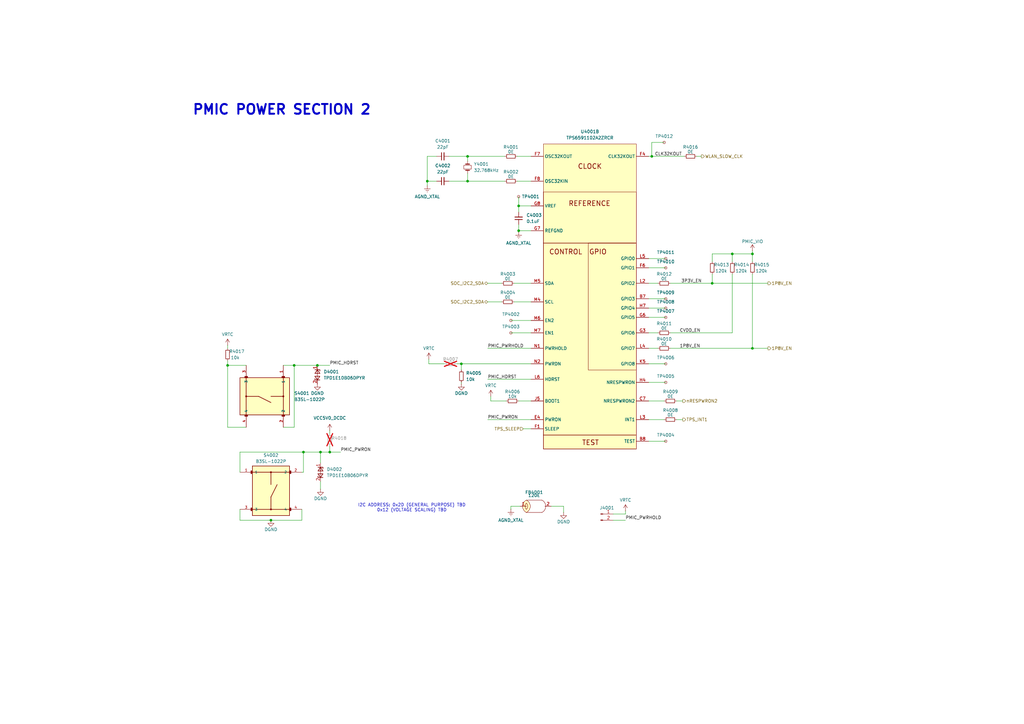
<source format=kicad_sch>
(kicad_sch (version 20250114) (generator "eeschema") (generator_version "9.0")
  (paper "A3")
  (title_block (title "Barre de son (base saine)") (date "2025-05-16") (rev "1.0") (company "NDH"))
  (lib_symbols
    (symbol "Connector:Conn_01x02_Pin" (pin_names (offset 1.016) (hide yes))
      (property "Reference" "J" (at 0 2.54 0))
      (property "Value" "Conn_01x02_Pin" (at 0 -5.08 0))
      (symbol "Conn_01x02_Pin_1_1"
        (rectangle (start 0.8636 0.127) (end 0 -0.127) (stroke (width 0.1524)) (fill (type outline)))
        (rectangle (start 0.8636 -2.413) (end 0 -2.667) (stroke (width 0.1524)) (fill (type outline)))
        (polyline (pts (xy 1.27 0) (xy 0.8636 0)) (stroke (width 0.1524)))
        (polyline (pts (xy 1.27 -2.54) (xy 0.8636 -2.54)) (stroke (width 0.1524)))
        (pin passive line (at 5.08 0 180) (length 3.81) (name "Pin_1") (number "1"))
        (pin passive line (at 5.08 -2.54 180) (length 3.81) (name "Pin_2") (number "2"))
      )
    )
    (symbol "Connector:TestPoint_Small" (pin_numbers (hide yes)) (pin_names (offset 0.762) (hide yes))
      (property "Reference" "TP" (at 0 3.81 0))
      (property "Value" "TestPoint_Small" (at 0 2.032 0))
      (symbol "TestPoint_Small_0_1"
        (circle (center 0 0) (radius 0.508))
      )
      (symbol "TestPoint_Small_1_1"
        (pin passive line (at 0 0 90) (length 0) (name "1") (number "1"))
      )
    )
    (symbol "Device:C_Small" (pin_numbers (hide yes)) (pin_names (offset 0.254) (hide yes))
      (property "Reference" "C" (at 0.254 1.778 0))
      (property "Value" "C_Small" (at 0.254 -2.032 0))
      (symbol "C_Small_0_1"
        (polyline (pts (xy -1.524 0.508) (xy 1.524 0.508)) (stroke (width 0.3048)))
        (polyline (pts (xy -1.524 -0.508) (xy 1.524 -0.508)) (stroke (width 0.3302)))
      )
      (symbol "C_Small_1_1"
        (pin passive line (at 0 2.54 270) (length 2.032) (name "~") (number "1"))
        (pin passive line (at 0 -2.54 90) (length 2.032) (name "~") (number "2"))
      )
    )
    (symbol "Device:Crystal_Small" (pin_numbers (hide yes)) (pin_names (offset 1.016) (hide yes))
      (property "Reference" "Y" (at 0 2.54 0))
      (property "Value" "Crystal_Small" (at 0 -2.54 0))
      (symbol "Crystal_Small_0_1"
        (polyline (pts (xy -1.27 -0.762) (xy -1.27 0.762)) (stroke (width 0.381)))
        (rectangle (start -0.762 -1.524) (end 0.762 1.524))
        (polyline (pts (xy 1.27 -0.762) (xy 1.27 0.762)) (stroke (width 0.381)))
      )
      (symbol "Crystal_Small_1_1"
        (pin passive line (at -2.54 0 0) (length 1.27) (name "1") (number "1"))
        (pin passive line (at 2.54 0 180) (length 1.27) (name "2") (number "2"))
      )
    )
    (symbol "Device:R_Small" (pin_numbers (hide yes)) (pin_names (offset 0.254) (hide yes))
      (property "Reference" "R" (at 0.762 0.508 0))
      (property "Value" "R_Small" (at 0.762 -1.016 0))
      (symbol "R_Small_0_1"
        (rectangle (start -0.762 1.778) (end 0.762 -1.778) (stroke (width 0.2032)))
      )
      (symbol "R_Small_1_1"
        (pin passive line (at 0 2.54 270) (length 0.762) (name "~") (number "1"))
        (pin passive line (at 0 -2.54 90) (length 0.762) (name "~") (number "2"))
      )
    )
    (symbol "Libglobal:B3SL-1022P" (pin_names (offset 1.016))
      (property "Reference" "S" (at -7.6271 10.1694 0))
      (property "Value" "B3SL-1022P" (at -7.6239 -12.7065 0))
      (symbol "B3SL-1022P_0_0"
        (rectangle (start -8.2593 6.9886) (end -7.62 8.255) (stroke (width 0.1)) (fill (type outline)))
        (rectangle (start -8.2575 -8.2575) (end -7.62 -6.985) (stroke (width 0.1)) (fill (type outline)))
        (polyline (pts (xy -7.62 7.62) (xy 7.62 7.62)) (stroke (width 0.254)))
        (polyline (pts (xy -7.62 -7.62) (xy 7.62 -7.62)) (stroke (width 0.254)))
        (rectangle (start -7.62 -10.16) (end 7.62 10.16) (stroke (width 0.254)) (fill (type background)))
        (circle (center 0 7.62) (radius 0.254) (stroke (width 0.254)))
        (polyline (pts (xy 0 2.54) (xy -2.54 -2.54)) (stroke (width 0.254)))
        (polyline (pts (xy 0 2.54) (xy 0 7.62)) (stroke (width 0.254)))
        (polyline (pts (xy 0 -2.54) (xy 0 -7.62)) (stroke (width 0.254)))
        (circle (center 0 -7.62) (radius 0.254) (stroke (width 0.254)))
        (rectangle (start 7.6276 -8.2633) (end 8.255 -6.985) (stroke (width 0.1)) (fill (type outline)))
        (rectangle (start 7.6289 6.9931) (end 8.255 8.255) (stroke (width 0.1)) (fill (type outline)))
        (pin passive line (at -12.7 7.62 0) (length 5.08) (name "4") (number "4"))
        (pin passive line (at -12.7 -7.62 0) (length 5.08) (name "2") (number "2"))
        (pin passive line (at 12.7 7.62 180) (length 5.08) (name "3") (number "3"))
        (pin passive line (at 12.7 -7.62 180) (length 5.08) (name "1") (number "1"))
      )
    )
    (symbol "Libglobal:MPZ1005S121CT000"
      (property "Reference" "FB" (at 0 0 0))
      (symbol "MPZ1005S121CT000_0_1"
        (arc (start -3.81 -2.54) (mid -3.2839 -3.81) (end -3.81 -5.08))
        (arc (start -3.81 -5.08) (mid -4.3361 -3.81) (end -3.81 -2.54))
      )
      (symbol "MPZ1005S121CT000_1_1"
        (arc (start -3.81 -1.27) (mid -2.2402 -3.81) (end -3.81 -6.35) (fill (type background)))
        (polyline (pts (xy -3.81 -1.27) (xy 2.54 -1.27)) (fill (type background)))
        (arc (start -3.81 -6.35) (mid -5.3798 -3.81) (end -3.81 -1.27) (fill (type background)))
        (arc (start 2.54 -1.27) (mid 4.1098 -3.81) (end 2.54 -6.35))
        (polyline (pts (xy 2.54 -6.35) (xy -3.81 -6.35)) (fill (type background)))
        (pin input line (at -6.35 -3.81 0) (length 2.54) (name "") (number "1"))
        (pin output line (at 6.35 -3.81 180) (length 2.54) (name "") (number "2"))
      )
    )
    (symbol "Libglobal:TPD1E10B06DPYR"
      (property "Reference" "D" (at -10.668 -9.906 0))
      (property "Value" "TPD1E10B06DPYR" (at -22.86 -12.7 0))
      (symbol "TPD1E10B06DPYR_0_1"
        (polyline (pts (xy -13.7259 -13.3423) (xy -12.7099 -14.8663) (xy -11.6939 -13.3423) (xy -13.7259 -13.3423)) (stroke (width 0.254)))
        (polyline (pts (xy -13.7259 -14.3583) (xy -13.7259 -14.8663) (xy -11.6939 -14.8663)) (stroke (width 0.254)))
        (polyline (pts (xy -12.7099 -13.3423) (xy -12.7099 -14.8663)))
        (polyline (pts (xy -12.7 -10.795) (xy -12.7 -13.335)))
        (polyline (pts (xy -12.7 -12.192) (xy -12.7 -10.668)))
        (polyline (pts (xy -11.684 -11.176) (xy -11.684 -10.668) (xy -13.716 -10.668)) (stroke (width 0.254)))
        (polyline (pts (xy -11.684 -12.192) (xy -12.7 -10.668) (xy -13.716 -12.192) (xy -11.684 -12.192)) (stroke (width 0.254)))
      )
      (symbol "TPD1E10B06DPYR_1_1"
        (pin passive line (at -12.7 -8.89 270) (length 1.778) (name "") (number "1"))
        (pin passive line (at -12.7 -16.51 90) (length 1.778) (name "") (number "2"))
      )
    )
    (symbol "Libglobal:TPS6591102A2ZRCR"
      (property "Reference" "U" (at -28.956 17.018 0))
      (property "Value" "TPS6591102A2ZRCR" (at -20.066 14.986 0))
      (symbol "TPS6591102A2ZRCR_1_1"
        (rectangle (start -29.21 13.335) (end 24.13 -187.325) (fill (type background)))
        (rectangle (start -29.21 -172.72) (end 24.13 -187.325))
        (rectangle (start 24.13 -101.6) (end -29.21 -46.99))
        (rectangle (start 24.13 -128.27) (end -29.21 -105.41))
        (rectangle (start 24.13 -148.59) (end -29.21 -128.27))
        (rectangle (start 24.13 -172.72) (end -29.21 -148.59))
        (text "VDD1\n" (at -3.556 -108.712 0) (effects (font (size 2 2) (thickness 0.254) (bold yes))))
        (text "Output range 0.95V-1100mA\n" (at -3.556 -111.506 0) (effects (font (size 1.27 1.27))))
        (text "VDD2\n" (at -3.302 -131.572 0) (effects (font (size 2 2) (thickness 0.254) (bold yes))))
        (text "Output range 1.35V-1500mA\n" (at -3.302 -134.366 0) (effects (font (size 1.27 1.27))))
        (text "SMPS" (at -2.794 -103.632 0) (effects (font (size 2 2) (thickness 0.254) (bold yes))))
        (text "GND" (at -2.794 -175.006 0) (effects (font (size 2 2) (thickness 0.254) (bold yes))))
        (text "VIO\n" (at -2.54 -152.908 0) (effects (font (size 2 2) (thickness 0.254) (bold yes))))
        (text "3.3V-1100mA\n" (at -2.54 -155.702 0) (effects (font (size 1.27 1.27))))
        (text "DCDC CTRL\n" (at -0.762 -51.054 0) (effects (font (size 2 2) (thickness 0.254) (bold yes))))
        (text "External FET range 1.0V-6000mA\n" (at -0.762 -53.848 0) (effects (font (size 1.27 1.27))))
        (pin power_in line (at -34.29 10.16 0) (length 5.08) (name "VBACKUP") (number "D7"))
        (pin power_in line (at -34.29 2.54 0) (length 5.08) (name "VCC7") (number "B6"))
        (pin power_in line (at -34.29 -8.89 0) (length 5.08) (name "VCC5") (number "D8"))
        (pin power_in line (at -34.29 -20.32 0) (length 5.08) (name "VCC4") (number "L1"))
        (pin power_in line (at -34.29 -22.86 0) (length 5.08) (name "VCC3") (number "N3"))
        (pin power_in line (at -34.29 -34.29 0) (length 5.08) (name "VCC6") (number "N5"))
        (pin bidirectional line (at -34.29 -45.72 0) (length 5.08) (name "VCCS") (number "E8"))
        (pin power_in line (at -34.29 -62.23 0) (length 5.08) (name "V5IN") (number "A5"))
        (pin power_in line (at -34.29 -69.85 0) (length 5.08) (name "GND_CTRL_a") (number "A8"))
        (pin power_in line (at -34.29 -73.66 0) (length 5.08) (name "GND_CTRL_b") (number "A7"))
        (pin power_in line (at -34.29 -110.49 0) (length 5.08) (name "VCC1_a") (number "F3"))
        (pin power_in line (at -34.29 -114.3 0) (length 5.08) (name "VCC1_b") (number "F2"))
        (pin power_in line (at -34.29 -118.11 0) (length 5.08) (name "VCC1_c") (number "E1"))
        (pin power_in line (at -34.29 -134.62 0) (length 5.08) (name "VCC2_a") (number "G2"))
        (pin power_in line (at -34.29 -138.43 0) (length 5.08) (name "VCC2_b") (number "G1"))
        (pin power_in line (at -34.29 -154.94 0) (length 5.08) (name "VCCIO_a") (number "L8"))
        (pin power_in line (at -34.29 -157.48 0) (length 5.08) (name "VCCIO_b") (number "L7"))
        (pin power_in line (at -34.29 -163.83 0) (length 5.08) (name "VDDIO") (number "N7"))
        (pin power_in line (at -25.4 -192.405 90) (length 5.08) (name "DGND_a") (number "A1"))
        (pin power_in line (at -22.86 -192.405 90) (length 5.08) (name "DGND_b") (number "B1"))
        (pin power_in line (at -20.32 -192.405 90) (length 5.08) (name "DGND_c") (number "B2"))
        (pin power_in line (at -15.24 -192.405 90) (length 5.08) (name "AGND_a") (number "D6"))
        (pin power_in line (at -12.7 -192.405 90) (length 5.08) (name "AGND_b") (number "E5"))
        (pin power_in line (at -10.16 -192.405 90) (length 5.08) (name "AGND_c") (number "E6"))
        (pin power_in line (at -7.62 -192.405 90) (length 5.08) (name "AGND_d") (number "F5"))
        (pin power_in line (at -5.08 -192.405 90) (length 5.08) (name "AGND_e") (number "G4"))
        (pin power_in line (at -2.54 -192.405 90) (length 5.08) (name "AGND_f") (number "H6"))
        (pin power_in line (at 0 -192.405 90) (length 5.08) (name "AGND_g") (number "J3"))
        (pin power_in line (at 2.54 -192.405 90) (length 5.08) (name "AGND_h") (number "J4"))
        (pin power_in line (at 5.08 -192.405 90) (length 5.08) (name "AGND_i") (number "J6"))
        (pin power_in line (at 7.62 -192.405 90) (length 5.08) (name "AGND_j") (number "K3"))
        (pin power_in line (at 10.16 -192.405 90) (length 5.08) (name "AGND_k") (number "H5"))
        (pin power_in line (at 17.78 -192.405 90) (length 5.08) (name "AGND2_a") (number "N8"))
        (pin power_in line (at 20.32 -192.405 90) (length 5.08) (name "AGND2_b") (number "M8"))
        (pin power_in line (at 29.21 10.16 180) (length 5.08) (name "VRTC") (number "B5"))
        (pin power_in line (at 29.21 5.08 180) (length 5.08) (name "LDO3") (number "E7"))
        (pin power_in line (at 29.21 0 180) (length 5.08) (name "LDO4") (number "C8"))
        (pin power_in line (at 29.21 -5.08 180) (length 5.08) (name "LDO5") (number "K1"))
        (pin power_in line (at 29.21 -15.24 180) (length 5.08) (name "LDO8") (number "M1"))
        (pin power_in line (at 29.21 -20.32 180) (length 5.08) (name "LDO7") (number "M3"))
        (pin power_in line (at 29.21 -25.4 180) (length 5.08) (name "LDO6") (number "M2"))
        (pin power_in line (at 29.21 -36.83 180) (length 5.08) (name "LDO1") (number "N6"))
        (pin power_in line (at 29.21 -41.91 180) (length 5.08) (name "LDO2") (number "N4"))
        (pin unspecified line (at 29.21 -48.26 180) (length 5.08) (name "TRAN") (number "C6"))
        (pin unspecified line (at 29.21 -53.34 180) (length 5.08) (name "EN") (number "D5"))
        (pin open_collector line (at 29.21 -58.42 180) (length 5.08) (name "PGOOD") (number "C4"))
        (pin output line (at 29.21 -64.77 180) (length 5.08) (name "DRVH") (number "A3"))
        (pin power_in line (at 29.21 -72.39 180) (length 5.08) (name "VBST") (number "A2"))
        (pin power_in line (at 29.21 -76.2 180) (length 5.08) (name "SW") (number "A4"))
        (pin output line (at 29.21 -82.55 180) (length 5.08) (name "DRVL") (number "A6"))
        (pin input line (at 29.21 -87.63 180) (length 5.08) (name "VOUT") (number "B4"))
        (pin input line (at 29.21 -93.98 180) (length 5.08) (name "VFB") (number "C5"))
        (pin input line (at 29.21 -100.33 180) (length 5.08) (name "TRIP") (number "B3"))
        (pin input line (at 29.21 -106.68 180) (length 5.08) (name "VFB1") (number "D4"))
        (pin power_in line (at 29.21 -111.76 180) (length 5.08) (name "SW1_a") (number "E2"))
        (pin power_in line (at 29.21 -114.3 180) (length 5.08) (name "SW1_b") (number "D2"))
        (pin power_in line (at 29.21 -116.84 180) (length 5.08) (name "SW1_c") (number "D1"))
        (pin power_in line (at 29.21 -121.92 180) (length 5.08) (name "GND1_a") (number "D3"))
        (pin power_in line (at 29.21 -124.46 180) (length 5.08) (name "GND1_b") (number "C2"))
        (pin power_in line (at 29.21 -127 180) (length 5.08) (name "GND1_c") (number "C1"))
        (pin input line (at 29.21 -132.08 180) (length 5.08) (name "VFB2") (number "K2"))
        (pin power_in line (at 29.21 -137.16 180) (length 5.08) (name "SW2_a") (number "H2"))
        (pin power_in line (at 29.21 -139.7 180) (length 5.08) (name "SW2_b") (number "H1"))
        (pin power_in line (at 29.21 -144.78 180) (length 5.08) (name "GND2_a") (number "J2"))
        (pin power_in line (at 29.21 -147.32 180) (length 5.08) (name "GND2_b") (number "J1"))
        (pin input line (at 29.21 -152.4 180) (length 5.08) (name "VFBIO") (number "H8"))
        (pin power_in line (at 29.21 -160.02 180) (length 5.08) (name "SWIO_a") (number "K8"))
        (pin power_in line (at 29.21 -162.56 180) (length 5.08) (name "SWIO_b") (number "K7"))
        (pin power_in line (at 29.21 -168.91 180) (length 5.08) (name "GNDIO_a") (number "J8"))
        (pin power_in line (at 29.21 -171.45 180) (length 5.08) (name "GNDIO_b") (number "J7"))
      )
      (symbol "TPS6591102A2ZRCR_2_1"
        (rectangle (start -27.94 6.35) (end 10.16 -118.745) (fill (type background)))
        (rectangle (start 10.16 -34.29) (end -27.94 -13.335))
        (rectangle (start 10.16 -86.36) (end -9.525 -34.29))
        (rectangle (start 10.16 -113.03) (end -27.94 -34.29))
        (rectangle (start 10.16 -118.745) (end -27.94 -113.03))
        (rectangle (start 10.16 -118.745) (end 10.16 -118.745))
        (text "CONTROL" (at -18.796 -37.846 0) (effects (font (size 2 2) (thickness 0.254) (bold yes))))
        (text "REFERENCE" (at -9.0325 -18.0136 0) (effects (font (size 2 2) (thickness 0.254) (bold yes))))
        (text "CLOCK" (at -8.89 -2.794 0) (effects (font (size 2 2) (thickness 0.254) (bold yes))))
        (text "TEST" (at -8.636 -116.078 0) (effects (font (size 2 2) (thickness 0.254) (bold yes))))
        (text "GPIO" (at -5.588 -37.846 0) (effects (font (size 2 2) (thickness 0.254) (bold yes))))
        (pin unspecified line (at -33.02 1.27 0) (length 5.08) (name "OSC32KOUT") (number "F7"))
        (pin unspecified line (at -33.02 -8.89 0) (length 5.08) (name "OSC32KIN") (number "F8"))
        (pin output line (at -33.02 -19.05 0) (length 5.08) (name "VREF") (number "G8"))
        (pin power_in line (at -33.02 -29.21 0) (length 5.08) (name "REFGND") (number "G7"))
        (pin input line (at -33.02 -50.8 0) (length 5.08) (name "SDA") (number "M5"))
        (pin input line (at -33.02 -58.42 0) (length 5.08) (name "SCL") (number "M4"))
        (pin input line (at -33.02 -66.04 0) (length 5.08) (name "EN2") (number "M6"))
        (pin input line (at -33.02 -71.12 0) (length 5.08) (name "EN1") (number "M7"))
        (pin input line (at -33.02 -77.47 0) (length 5.08) (name "PWRHOLD") (number "N1"))
        (pin input line (at -33.02 -83.82 0) (length 5.08) (name "PWRDN") (number "N2"))
        (pin input line (at -33.02 -90.17 0) (length 5.08) (name "HDRST") (number "L6"))
        (pin input line (at -33.02 -99.06 0) (length 5.08) (name "BOOT1") (number "J5"))
        (pin input line (at -33.02 -106.68 0) (length 5.08) (name "PWRON") (number "E4"))
        (pin input line (at -33.02 -110.49 0) (length 5.08) (name "SLEEP") (number "F1"))
        (pin output line (at 15.24 1.27 180) (length 5.08) (name "CLK32KOUT") (number "F4"))
        (pin bidirectional line (at 15.24 -40.64 180) (length 5.08) (name "GPIO0") (number "L5"))
        (pin bidirectional line (at 15.24 -44.45 180) (length 5.08) (name "GPIO1") (number "F6"))
        (pin bidirectional line (at 15.24 -50.8 180) (length 5.08) (name "GPIO2") (number "L2"))
        (pin bidirectional line (at 15.24 -57.15 180) (length 5.08) (name "GPIO3") (number "B7"))
        (pin bidirectional line (at 15.24 -60.96 180) (length 5.08) (name "GPIO4") (number "H7"))
        (pin bidirectional line (at 15.24 -64.77 180) (length 5.08) (name "GPIO5") (number "G6"))
        (pin bidirectional line (at 15.24 -71.12 180) (length 5.08) (name "GPIO6") (number "G3"))
        (pin bidirectional line (at 15.24 -77.47 180) (length 5.08) (name "GPIO7") (number "L4"))
        (pin bidirectional line (at 15.24 -83.82 180) (length 5.08) (name "GPIO8") (number "K5"))
        (pin output line (at 15.24 -91.44 180) (length 5.08) (name "NRESPWRON") (number "H4"))
        (pin open_collector line (at 15.24 -99.06 180) (length 5.08) (name "NRESPWRON2") (number "C7"))
        (pin output line (at 15.24 -106.68 180) (length 5.08) (name "INT1") (number "L3"))
        (pin output line (at 15.24 -115.57 180) (length 5.08) (name "TEST") (number "B8"))
      )
    )
    (symbol "power:+1V0" (power) (pin_numbers (hide yes)) (pin_names (offset 0) (hide yes))
      (property "Value" "+1V0" (at 0 3.556 0))
      (symbol "+1V0_0_1"
        (polyline (pts (xy -0.762 1.27) (xy 0 2.54)))
        (polyline (pts (xy 0 2.54) (xy 0.762 1.27)))
        (polyline (pts (xy 0 0) (xy 0 2.54)))
      )
      (symbol "+1V0_1_1"
        (pin power_in line (at 0 0 90) (length 0) (name "~") (number "1"))
      )
    )
    (symbol "power:GND" (power) (pin_numbers (hide yes)) (pin_names (offset 0) (hide yes))
      (property "Value" "GND" (at 0 -3.81 0))
      (symbol "GND_0_1"
        (polyline (pts (xy 0 0) (xy 0 -1.27) (xy 1.27 -1.27) (xy 0 -2.54) (xy -1.27 -1.27) (xy 0 -1.27)))
      )
      (symbol "GND_1_1"
        (pin power_in line (at 0 0 270) (length 0) (name "~") (number "1"))
      )
    )
    (symbol "power:GNDREF" (power) (pin_numbers (hide yes)) (pin_names (offset 0) (hide yes))
      (property "Value" "GNDREF" (at 0 -3.81 0))
      (symbol "GNDREF_0_1"
        (polyline (pts (xy -0.635 -1.905) (xy 0.635 -1.905)))
        (polyline (pts (xy -0.127 -2.54) (xy 0.127 -2.54)))
        (polyline (pts (xy 0 -1.27) (xy 0 0)))
        (polyline (pts (xy 1.27 -1.27) (xy -1.27 -1.27)))
      )
      (symbol "GNDREF_1_1"
        (pin power_in line (at 0 0 270) (length 0) (name "~") (number "1"))
      )
    )
  )
  (text "I2C ADDRESS: 0x2D (GENERAL PURPOSE) TBD\n0x12 (VOLTAGE SCALING) TBD" (at 168.91 208.28 0) (effects (font (size 1.27 1.27))))
  (text "PMIC POWER SECTION 2\n" (at 115.57 45.085 0) (effects (font (size 4 4) (thickness 0.8) (bold yes))))
  (junction (at 135.255 185.42))
  (junction (at 191.77 64.135))
  (junction (at 191.77 74.295))
  (junction (at 267.335 64.135))
  (junction (at 308.61 142.875))
  (junction (at 124.46 185.42))
  (junction (at 175.26 74.295))
  (junction (at 120.65 149.86))
  (junction (at 131.445 185.42))
  (junction (at 130.175 149.86))
  (junction (at 111.125 213.36))
  (junction (at 292.1 116.205))
  (junction (at 212.725 94.615))
  (junction (at 189.23 149.225))
  (junction (at 300.355 104.14))
  (junction (at 212.725 84.455))
  (junction (at 308.61 104.14))
  (junction (at 93.345 149.86))
  (wire (pts (xy 93.345 147.955) (xy 93.345 149.86)))
  (wire (pts (xy 273.05 130.175) (xy 266.065 130.175)))
  (wire (pts (xy 308.61 104.14) (xy 300.355 104.14)))
  (wire (pts (xy 212.725 95.25) (xy 212.725 94.615)))
  (wire (pts (xy 93.345 141.605) (xy 93.345 142.875)))
  (wire (pts (xy 214.63 175.895) (xy 217.805 175.895)))
  (wire (pts (xy 200.025 116.205) (xy 205.74 116.205)))
  (wire (pts (xy 191.77 64.135) (xy 191.77 66.04)))
  (wire (pts (xy 300.355 104.14) (xy 292.1 104.14)))
  (wire (pts (xy 209.55 207.645) (xy 209.55 208.915)))
  (wire (pts (xy 123.825 208.915) (xy 123.825 213.36)))
  (wire (pts (xy 207.01 74.295) (xy 191.77 74.295)))
  (wire (pts (xy 300.355 112.395) (xy 300.355 136.525)))
  (wire (pts (xy 308.61 142.875) (xy 314.96 142.875)))
  (wire (pts (xy 231.14 210.185) (xy 231.14 207.645)))
  (wire (pts (xy 212.09 64.135) (xy 217.805 64.135)))
  (wire (pts (xy 120.65 149.86) (xy 116.205 149.86)))
  (wire (pts (xy 187.325 149.225) (xy 189.23 149.225)))
  (wire (pts (xy 131.445 185.42) (xy 124.46 185.42)))
  (wire (pts (xy 175.26 74.295) (xy 179.07 74.295)))
  (wire (pts (xy 131.445 200.66) (xy 131.445 197.485)))
  (wire (pts (xy 272.415 164.465) (xy 266.065 164.465)))
  (wire (pts (xy 120.65 175.26) (xy 120.65 149.86)))
  (wire (pts (xy 212.725 94.615) (xy 217.805 94.615)))
  (wire (pts (xy 124.46 193.675) (xy 123.825 193.675)))
  (wire (pts (xy 135.255 185.42) (xy 139.7 185.42)))
  (wire (pts (xy 308.61 102.87) (xy 308.61 104.14)))
  (wire (pts (xy 98.425 185.42) (xy 124.46 185.42)))
  (wire (pts (xy 135.255 185.42) (xy 131.445 185.42)))
  (wire (pts (xy 212.725 92.075) (xy 212.725 94.615)))
  (wire (pts (xy 212.725 84.455) (xy 212.725 86.995)))
  (wire (pts (xy 212.09 74.295) (xy 217.805 74.295)))
  (wire (pts (xy 269.875 136.525) (xy 266.065 136.525)))
  (wire (pts (xy 267.335 58.42) (xy 267.335 64.135)))
  (wire (pts (xy 212.725 80.645) (xy 212.725 84.455)))
  (wire (pts (xy 209.55 131.445) (xy 217.805 131.445)))
  (wire (pts (xy 292.1 112.395) (xy 292.1 116.205)))
  (wire (pts (xy 200.025 172.085) (xy 217.805 172.085)))
  (wire (pts (xy 217.805 149.225) (xy 189.23 149.225)))
  (wire (pts (xy 111.125 213.36) (xy 98.425 213.36)))
  (wire (pts (xy 175.895 149.225) (xy 182.245 149.225)))
  (wire (pts (xy 285.75 64.135) (xy 287.655 64.135)))
  (wire (pts (xy 98.425 213.36) (xy 98.425 208.915)))
  (wire (pts (xy 273.05 109.855) (xy 266.065 109.855)))
  (wire (pts (xy 269.875 142.875) (xy 266.065 142.875)))
  (wire (pts (xy 130.175 149.86) (xy 120.65 149.86)))
  (wire (pts (xy 124.46 185.42) (xy 124.46 193.675)))
  (wire (pts (xy 273.05 126.365) (xy 266.065 126.365)))
  (wire (pts (xy 123.825 213.36) (xy 111.125 213.36)))
  (wire (pts (xy 135.255 182.88) (xy 135.255 185.42)))
  (wire (pts (xy 273.05 122.555) (xy 266.065 122.555)))
  (wire (pts (xy 231.14 207.645) (xy 226.06 207.645)))
  (wire (pts (xy 212.725 84.455) (xy 217.805 84.455)))
  (wire (pts (xy 292.1 104.14) (xy 292.1 107.315)))
  (wire (pts (xy 200.025 142.875) (xy 217.805 142.875)))
  (wire (pts (xy 274.955 136.525) (xy 300.355 136.525)))
  (wire (pts (xy 209.55 136.525) (xy 217.805 136.525)))
  (wire (pts (xy 93.345 175.26) (xy 93.345 149.86)))
  (wire (pts (xy 93.345 149.86) (xy 100.965 149.86)))
  (wire (pts (xy 135.255 176.53) (xy 135.255 177.8)))
  (wire (pts (xy 131.445 189.865) (xy 131.445 185.42)))
  (wire (pts (xy 189.23 149.225) (xy 189.23 151.765)))
  (wire (pts (xy 116.205 175.26) (xy 120.65 175.26)))
  (wire (pts (xy 308.61 107.315) (xy 308.61 104.14)))
  (wire (pts (xy 98.425 193.675) (xy 98.425 185.42)))
  (wire (pts (xy 200.025 155.575) (xy 217.805 155.575)))
  (wire (pts (xy 280.035 172.085) (xy 277.495 172.085)))
  (wire (pts (xy 175.895 147.32) (xy 175.895 149.225)))
  (wire (pts (xy 280.035 164.465) (xy 277.495 164.465)))
  (wire (pts (xy 272.415 172.085) (xy 266.065 172.085)))
  (wire (pts (xy 210.82 123.825) (xy 217.805 123.825)))
  (wire (pts (xy 189.23 156.845) (xy 189.23 157.48)))
  (wire (pts (xy 201.295 164.465) (xy 207.645 164.465)))
  (wire (pts (xy 212.725 164.465) (xy 217.805 164.465)))
  (wire (pts (xy 200.025 123.825) (xy 205.74 123.825)))
  (wire (pts (xy 273.05 156.845) (xy 266.065 156.845)))
  (wire (pts (xy 256.54 210.82) (xy 251.46 210.82)))
  (wire (pts (xy 267.335 58.42) (xy 272.415 58.42)))
  (wire (pts (xy 100.965 175.26) (xy 93.345 175.26)))
  (wire (pts (xy 256.54 209.55) (xy 256.54 210.82)))
  (wire (pts (xy 130.175 149.86) (xy 135.255 149.86)))
  (wire (pts (xy 175.26 74.295) (xy 175.26 76.2)))
  (wire (pts (xy 273.05 149.225) (xy 266.065 149.225)))
  (wire (pts (xy 274.955 116.205) (xy 292.1 116.205)))
  (wire (pts (xy 184.15 64.135) (xy 191.77 64.135)))
  (wire (pts (xy 184.15 74.295) (xy 191.77 74.295)))
  (wire (pts (xy 175.26 64.135) (xy 175.26 74.295)))
  (wire (pts (xy 273.05 180.975) (xy 266.065 180.975)))
  (wire (pts (xy 300.355 104.14) (xy 300.355 107.315)))
  (wire (pts (xy 207.01 64.135) (xy 191.77 64.135)))
  (wire (pts (xy 308.61 112.395) (xy 308.61 142.875)))
  (wire (pts (xy 269.875 116.205) (xy 266.065 116.205)))
  (wire (pts (xy 256.54 213.36) (xy 251.46 213.36)))
  (wire (pts (xy 179.07 64.135) (xy 175.26 64.135)))
  (wire (pts (xy 292.1 116.205) (xy 314.96 116.205)))
  (wire (pts (xy 267.335 64.135) (xy 280.67 64.135)))
  (wire (pts (xy 201.295 162.56) (xy 201.295 164.465)))
  (wire (pts (xy 191.77 74.295) (xy 191.77 71.12)))
  (wire (pts (xy 209.55 207.645) (xy 213.36 207.645)))
  (wire (pts (xy 274.955 142.875) (xy 308.61 142.875)))
  (wire (pts (xy 266.065 64.135) (xy 267.335 64.135)))
  (wire (pts (xy 210.82 116.205) (xy 217.805 116.205)))
  (wire (pts (xy 273.05 106.045) (xy 266.065 106.045)))
  (label "CLK32KOUT" (at 268.605 64.135 0))
  (label "PMIC_PWRHOLD" (at 256.54 213.36 0))
  (label "PMIC_HDRST" (at 135.255 149.86 0))
  (label "PMIC_HDRST" (at 200.025 155.575 0))
  (label "1P8V_EN" (at 278.765 142.875 0))
  (label "PMIC_PWRHOLD" (at 200.025 142.875 0))
  (label "CVDD_EN" (at 278.765 136.525 0))
  (label "3P3V_EN" (at 279.4 116.205 0))
  (label "PMIC_PWRON" (at 139.7 185.42 0))
  (label "PMIC_PWRON" (at 200.025 172.085 0))
  (hierarchical_label "SOC_I2C2_SDA" (shape bidirectional) (at 200.025 123.825 180))
  (hierarchical_label "WLAN_SLOW_CLK" (shape output) (at 287.655 64.135 0))
  (hierarchical_label "nRESPWRON2" (shape output) (at 280.035 164.465 0))
  (hierarchical_label "1P8V_EN" (shape output) (at 314.96 142.875 0))
  (hierarchical_label "TPS_SLEEP" (shape input) (at 214.63 175.895 180))
  (hierarchical_label "SOC_I2C2_SDA" (shape bidirectional) (at 200.025 116.205 180))
  (hierarchical_label "1P8V_EN" (shape output) (at 314.96 116.205 0))
  (hierarchical_label "TPS_INT1" (shape output) (at 280.035 172.085 0))
  (symbol (lib_id "power:GNDREF") (at 209.55 208.915 0) (unit 1)
    (property "Reference" "#PWR04007" (effects (hide yes)))
    (property "Value" "AGND_XTAL" (at 209.55 213.36 0))
    (property "Description" "Power symbol creates a global label with name \"GNDREF\" , reference supply ground" (effects (hide yes)))
  )
  (symbol (lib_id "Connector:TestPoint_Small") (at 273.05 130.175 90) (unit 1)
    (property "Reference" "TP4007" (at 273.05 127.635 90))
    (property "Value" "TestPoint_Small" (effects (hide yes)))
    (property "Description" "test point" (effects (hide yes)))
  )
  (symbol (lib_id "Device:R_Small") (at 208.28 123.825 90) (unit 1)
    (property "Reference" "R4004" (at 208.28 120.015 90))
    (property "Value" "0E" (at 208.28 121.92 90))
    (property "Description" "Resistor, small symbol" (effects (hide yes)))
  )
  (symbol (lib_id "Libglobal:MPZ1005S121CT000") (at 219.71 203.835 0) (unit 1)
    (property "Reference" "FB4001" (at 219.075 201.93 0))
    (property "Value" "120E" (at 219.075 203.2 0))
  )
  (symbol (lib_id "Device:R_Small") (at 184.785 149.225 90) (unit 1) (dnp yes)
    (property "Reference" "R4007" (at 184.785 147.32 90))
    (property "Value" "10k" (effects (hide yes)))
    (property "Description" "Resistor, small symbol" (effects (hide yes)))
  )
  (symbol (lib_id "Device:C_Small") (at 212.725 89.535 180) (unit 1)
    (property "Reference" "C4003" (at 215.9 88.2585 0) (effects (justify right)))
    (property "Value" "0.1uF" (at 215.9 90.7985 0) (effects (justify right)))
    (property "Description" "Unpolarized capacitor, small symbol" (effects (hide yes)))
  )
  (symbol (lib_id "power:+1V0") (at 256.54 209.55 0) (unit 1)
    (property "Reference" "#PWR04006" (effects (hide yes)))
    (property "Value" "VRTC" (at 256.54 205.105 0))
    (property "Description" "Power symbol creates a global label with name \"+1V0\"" (effects (hide yes)))
  )
  (symbol (lib_id "Device:R_Small") (at 272.415 136.525 90) (unit 1)
    (property "Reference" "R4011" (at 272.415 132.715 90))
    (property "Value" "0E" (at 272.415 134.62 90))
    (property "Description" "Resistor, small symbol" (effects (hide yes)))
  )
  (symbol (lib_id "Device:R_Small") (at 283.21 64.135 90) (unit 1)
    (property "Reference" "R4016" (at 283.21 60.325 90))
    (property "Value" "0E" (at 283.21 62.23 90))
    (property "Description" "Resistor, small symbol" (effects (hide yes)))
  )
  (symbol (lib_id "power:+1V0") (at 201.295 162.56 0) (unit 1)
    (property "Reference" "#PWR04004" (effects (hide yes)))
    (property "Value" "VRTC" (at 201.295 158.115 0))
    (property "Description" "Power symbol creates a global label with name \"+1V0\"" (effects (hide yes)))
  )
  (symbol (lib_id "Device:R_Small") (at 135.255 180.34 180) (unit 1) (dnp yes)
    (property "Reference" "R4018" (at 135.89 179.705 0) (effects (justify right)))
    (property "Value" "10k" (effects (hide yes)))
    (property "Description" "Resistor, small symbol" (effects (hide yes)))
  )
  (symbol (lib_id "power:GND") (at 130.175 157.48 0) (unit 1)
    (property "Reference" "#PWR0859" (effects (hide yes)))
    (property "Value" "DGND" (at 130.175 161.29 0))
    (property "Description" "Power symbol creates a global label with name \"GND\" , ground" (effects (hide yes)))
  )
  (symbol (lib_id "Device:R_Small") (at 208.28 116.205 90) (unit 1)
    (property "Reference" "R4003" (at 208.28 112.395 90))
    (property "Value" "0E" (at 208.28 114.3 90))
    (property "Description" "Resistor, small symbol" (effects (hide yes)))
  )
  (symbol (lib_id "Connector:TestPoint_Small") (at 209.55 136.525 90) (unit 1)
    (property "Reference" "TP4003" (at 209.55 133.985 90))
    (property "Value" "TestPoint_Small" (effects (hide yes)))
    (property "Description" "test point" (effects (hide yes)))
  )
  (symbol (lib_id "Libglobal:B3SL-1022P") (at 111.125 201.295 180) (unit 1)
    (property "Reference" "S4002" (at 111.1271 186.69 0))
    (property "Value" "B3SL-1022P" (at 111.1271 189.23 0))
    (property "Footprint" "B3SL-1022P:SW_B3SL-1022P" (effects (hide yes)))
    (property "MF" "Omron" (effects (hide yes)))
    (property "Description_1" "Tactile Switch SPST-NO Top Actuated Surface Mount" (effects (hide yes)))
    (property "Package" "None" (effects (hide yes)))
    (property "Price" "None" (effects (hide yes)))
    (property "Check_prices" "https://www.snapeda.com/parts/B3SL-1022P/Omron/view-part/?ref=eda" (effects (hide yes)))
    (property "SnapEDA_Link" "https://www.snapeda.com/parts/B3SL-1022P/Omron/view-part/?ref=snap" (effects (hide yes)))
    (property "MP" "B3SL-1022P" (effects (hide yes)))
    (property "Availability" "In Stock" (effects (hide yes)))
    (property "MANUFACTURER" "Omron" (effects (hide yes)))
  )
  (symbol (lib_id "power:+1V0") (at 175.895 147.32 0) (unit 1)
    (property "Reference" "#PWR04003" (effects (hide yes)))
    (property "Value" "VRTC" (at 175.895 142.875 0))
    (property "Description" "Power symbol creates a global label with name \"+1V0\"" (effects (hide yes)))
  )
  (symbol (lib_id "power:+1V0") (at 308.61 102.87 0) (unit 1)
    (property "Reference" "#PWR04005" (effects (hide yes)))
    (property "Value" "PMIC_VIO" (at 308.61 99.06 0))
    (property "Description" "Power symbol creates a global label with name \"+1V0\"" (effects (hide yes)))
  )
  (symbol (lib_id "Connector:TestPoint_Small") (at 273.05 109.855 90) (unit 1)
    (property "Reference" "TP4010" (at 273.05 107.315 90))
    (property "Value" "TestPoint_Small" (effects (hide yes)))
    (property "Description" "test point" (effects (hide yes)))
  )
  (symbol (lib_id "power:+1V0") (at 135.255 176.53 0) (unit 1)
    (property "Reference" "#PWR04009" (effects (hide yes)))
    (property "Value" "VCC5V0_DCDC" (at 135.255 171.45 0))
    (property "Description" "Power symbol creates a global label with name \"+1V0\"" (effects (hide yes)))
  )
  (symbol (lib_id "Device:R_Small") (at 210.185 164.465 90) (unit 1)
    (property "Reference" "R4006" (at 210.185 160.655 90))
    (property "Value" "10k" (at 210.185 162.56 90))
    (property "Description" "Resistor, small symbol" (effects (hide yes)))
  )
  (symbol (lib_id "Connector:TestPoint_Small") (at 273.05 180.975 90) (unit 1)
    (property "Reference" "TP4004" (at 273.05 178.435 90))
    (property "Value" "TestPoint_Small" (effects (hide yes)))
    (property "Description" "test point" (effects (hide yes)))
  )
  (symbol (lib_id "Connector:TestPoint_Small") (at 273.05 126.365 90) (unit 1)
    (property "Reference" "TP4008" (at 273.05 123.825 90))
    (property "Value" "TestPoint_Small" (effects (hide yes)))
    (property "Description" "test point" (effects (hide yes)))
  )
  (symbol (lib_id "Device:C_Small") (at 181.61 64.135 90) (unit 1)
    (property "Reference" "C4001" (at 181.6163 57.785 90))
    (property "Value" "22pF" (at 181.6163 60.325 90))
    (property "Description" "Unpolarized capacitor, small symbol" (effects (hide yes)))
  )
  (symbol (lib_id "power:GND") (at 131.445 200.66 0) (unit 1)
    (property "Reference" "#PWR0861" (effects (hide yes)))
    (property "Value" "DGND" (at 131.445 204.47 0))
    (property "Description" "Power symbol creates a global label with name \"GND\" , ground" (effects (hide yes)))
  )
  (symbol (lib_id "Device:R_Small") (at 272.415 116.205 90) (unit 1)
    (property "Reference" "R4012" (at 272.415 112.395 90))
    (property "Value" "0E" (at 272.415 114.3 90))
    (property "Description" "Resistor, small symbol" (effects (hide yes)))
  )
  (symbol (lib_id "Device:Crystal_Small") (at 191.77 68.58 90) (unit 1)
    (property "Reference" "Y4001" (at 194.31 67.3099 90) (effects (justify right)))
    (property "Value" "32.768kHz" (at 194.31 69.8499 90) (effects (justify right)))
    (property "Description" "Two pin crystal, small symbol" (effects (hide yes)))
  )
  (symbol (lib_id "Device:R_Small") (at 274.955 172.085 90) (unit 1)
    (property "Reference" "R4008" (at 274.955 168.275 90))
    (property "Value" "0E" (at 274.955 170.18 90))
    (property "Description" "Resistor, small symbol" (effects (hide yes)))
  )
  (symbol (lib_id "Connector:TestPoint_Small") (at 273.05 156.845 90) (unit 1)
    (property "Reference" "TP4005" (at 273.05 154.305 90))
    (property "Value" "TestPoint_Small" (effects (hide yes)))
    (property "Description" "test point" (effects (hide yes)))
  )
  (symbol (lib_id "Connector:TestPoint_Small") (at 273.05 149.225 90) (unit 1)
    (property "Reference" "TP4006" (at 273.05 146.685 90))
    (property "Value" "TestPoint_Small" (effects (hide yes)))
    (property "Description" "test point" (effects (hide yes)))
  )
  (symbol (lib_id "Device:R_Small") (at 300.355 109.855 180) (unit 1)
    (property "Reference" "R4014" (at 300.99 108.585 0) (effects (justify right)))
    (property "Value" "120k" (at 301.625 111.125 0) (effects (justify right)))
    (property "Description" "Resistor, small symbol" (effects (hide yes)))
  )
  (symbol (lib_id "Device:R_Small") (at 308.61 109.855 180) (unit 1)
    (property "Reference" "R4015" (at 309.245 108.585 0) (effects (justify right)))
    (property "Value" "120k" (at 309.88 111.125 0) (effects (justify right)))
    (property "Description" "Resistor, small symbol" (effects (hide yes)))
  )
  (symbol (lib_id "Connector:TestPoint_Small") (at 273.05 106.045 90) (unit 1)
    (property "Reference" "TP4011" (at 273.05 103.505 90))
    (property "Value" "TestPoint_Small" (effects (hide yes)))
    (property "Description" "test point" (effects (hide yes)))
  )
  (symbol (lib_id "Connector:TestPoint_Small") (at 209.55 131.445 90) (unit 1)
    (property "Reference" "TP4002" (at 209.55 128.905 90))
    (property "Value" "TestPoint_Small" (effects (hide yes)))
    (property "Description" "test point" (effects (hide yes)))
  )
  (symbol (lib_id "Device:R_Small") (at 189.23 154.305 180) (unit 1)
    (property "Reference" "R4005" (at 191.135 153.0349 0) (effects (justify right)))
    (property "Value" "10k" (at 191.135 155.5749 0) (effects (justify right)))
    (property "Description" "Resistor, small symbol" (effects (hide yes)))
  )
  (symbol (lib_id "power:GND") (at 111.125 213.36 0) (unit 1)
    (property "Reference" "#PWR0860" (effects (hide yes)))
    (property "Value" "DGND" (at 111.125 217.17 0))
    (property "Description" "Power symbol creates a global label with name \"GND\" , ground" (effects (hide yes)))
  )
  (symbol (lib_id "Device:R_Small") (at 292.1 109.855 180) (unit 1)
    (property "Reference" "R4013" (at 292.735 108.585 0) (effects (justify right)))
    (property "Value" "120k" (at 293.37 111.125 0) (effects (justify right)))
    (property "Description" "Resistor, small symbol" (effects (hide yes)))
  )
  (symbol (lib_id "power:GNDREF") (at 212.725 95.25 0) (unit 1)
    (property "Reference" "#PWR04002" (effects (hide yes)))
    (property "Value" "AGND_XTAL" (at 212.725 99.695 0))
    (property "Description" "Power symbol creates a global label with name \"GNDREF\" , reference supply ground" (effects (hide yes)))
  )
  (symbol (lib_id "Device:R_Small") (at 274.955 164.465 90) (unit 1)
    (property "Reference" "R4009" (at 274.955 160.655 90))
    (property "Value" "0E" (at 274.955 162.56 90))
    (property "Description" "Resistor, small symbol" (effects (hide yes)))
  )
  (symbol (lib_id "Device:R_Small") (at 209.55 64.135 90) (unit 1)
    (property "Reference" "R4001" (at 209.55 60.325 90))
    (property "Value" "0E" (at 209.55 62.23 90))
    (property "Description" "Resistor, small symbol" (effects (hide yes)))
  )
  (symbol (lib_id "Device:C_Small") (at 181.61 74.295 90) (unit 1)
    (property "Reference" "C4002" (at 181.6163 67.945 90))
    (property "Value" "22pF" (at 181.6163 70.485 90))
    (property "Description" "Unpolarized capacitor, small symbol" (effects (hide yes)))
  )
  (symbol (lib_id "Connector:TestPoint_Small") (at 272.415 58.42 90) (unit 1)
    (property "Reference" "TP4012" (at 272.415 55.88 90))
    (property "Value" "TestPoint_Small" (effects (hide yes)))
    (property "Description" "test point" (effects (hide yes)))
  )
  (symbol (lib_id "Libglobal:TPS6591102A2ZRCR") (at 250.825 65.405 0) (unit 2)
    (property "Reference" "U4001" (at 241.935 53.975 0))
    (property "Value" "TPS6591102A2ZRCR" (at 241.935 56.515 0))
  )
  (symbol (lib_id "power:GND") (at 231.14 210.185 0) (unit 1)
    (property "Reference" "#PWR0858" (effects (hide yes)))
    (property "Value" "DGND" (at 231.14 213.995 0))
    (property "Description" "Power symbol creates a global label with name \"GND\" , ground" (effects (hide yes)))
  )
  (symbol (lib_id "Connector:TestPoint_Small") (at 212.725 80.645 0) (unit 1)
    (property "Reference" "TP4001" (at 213.995 80.6449 0) (effects (justify left)))
    (property "Value" "TestPoint_Small" (effects (hide yes)))
    (property "Description" "test point" (effects (hide yes)))
  )
  (symbol (lib_id "power:GND") (at 189.23 157.48 0) (unit 1)
    (property "Reference" "#PWR0857" (effects (hide yes)))
    (property "Value" "DGND" (at 189.23 161.29 0))
    (property "Description" "Power symbol creates a global label with name \"GND\" , ground" (effects (hide yes)))
  )
  (symbol (lib_id "Libglobal:B3SL-1022P") (at 108.585 162.56 90) (unit 1)
    (property "Reference" "S4001" (at 120.65 161.292 90) (effects (justify right)))
    (property "Value" "B3SL-1022P" (at 120.65 163.832 90) (effects (justify right)))
    (property "Footprint" "B3SL-1022P:SW_B3SL-1022P" (effects (hide yes)))
    (property "MF" "Omron" (effects (hide yes)))
    (property "Description_1" "Tactile Switch SPST-NO Top Actuated Surface Mount" (effects (hide yes)))
    (property "Package" "None" (effects (hide yes)))
    (property "Price" "None" (effects (hide yes)))
    (property "Check_prices" "https://www.snapeda.com/parts/B3SL-1022P/Omron/view-part/?ref=eda" (effects (hide yes)))
    (property "SnapEDA_Link" "https://www.snapeda.com/parts/B3SL-1022P/Omron/view-part/?ref=snap" (effects (hide yes)))
    (property "MP" "B3SL-1022P" (effects (hide yes)))
    (property "Availability" "In Stock" (effects (hide yes)))
    (property "MANUFACTURER" "Omron" (effects (hide yes)))
  )
  (symbol (lib_id "power:+1V0") (at 93.345 141.605 0) (unit 1)
    (property "Reference" "#PWR04008" (effects (hide yes)))
    (property "Value" "VRTC" (at 93.345 137.16 0))
    (property "Description" "Power symbol creates a global label with name \"+1V0\"" (effects (hide yes)))
  )
  (symbol (lib_id "power:GNDREF") (at 175.26 76.2 0) (unit 1)
    (property "Reference" "#PWR04001" (effects (hide yes)))
    (property "Value" "AGND_XTAL" (at 175.26 80.645 0))
    (property "Description" "Power symbol creates a global label with name \"GNDREF\" , reference supply ground" (effects (hide yes)))
  )
  (symbol (lib_id "Device:R_Small") (at 209.55 74.295 90) (unit 1)
    (property "Reference" "R4002" (at 209.55 70.485 90))
    (property "Value" "0E" (at 209.55 72.39 90))
    (property "Description" "Resistor, small symbol" (effects (hide yes)))
  )
  (symbol (lib_id "Libglobal:TPD1E10B06DPYR") (at 144.145 180.975 0) (unit 1)
    (property "Reference" "D4002" (at 133.985 192.472 0) (effects (justify left)))
    (property "Value" "TPD1E10B06DPYR" (at 133.985 195.012 0) (effects (justify left)))
  )
  (symbol (lib_id "Connector:TestPoint_Small") (at 273.05 122.555 90) (unit 1)
    (property "Reference" "TP4009" (at 273.05 120.015 90))
    (property "Value" "TestPoint_Small" (effects (hide yes)))
    (property "Description" "test point" (effects (hide yes)))
  )
  (symbol (lib_id "Libglobal:TPD1E10B06DPYR") (at 142.875 140.97 0) (unit 1)
    (property "Reference" "D4001" (at 132.715 152.467 0) (effects (justify left)))
    (property "Value" "TPD1E10B06DPYR" (at 132.715 155.007 0) (effects (justify left)))
  )
  (symbol (lib_id "Device:R_Small") (at 93.345 145.415 180) (unit 1)
    (property "Reference" "R4017" (at 93.98 144.145 0) (effects (justify right)))
    (property "Value" "10k" (at 94.615 146.685 0) (effects (justify right)))
    (property "Description" "Resistor, small symbol" (effects (hide yes)))
  )
  (symbol (lib_id "Connector:Conn_01x02_Pin") (at 246.38 210.82 0) (unit 1)
    (property "Reference" "J4001" (at 248.92 208.28 0))
    (property "Value" "Conn_01x02_Pin" (effects (hide yes)))
    (property "Description" "Generic connector, single row, 01x02, script generated" (effects (hide yes)))
  )
  (symbol (lib_id "Device:R_Small") (at 272.415 142.875 90) (unit 1)
    (property "Reference" "R4010" (at 272.415 139.065 90))
    (property "Value" "0E" (at 272.415 140.97 90))
    (property "Description" "Resistor, small symbol" (effects (hide yes)))
  )
)
</source>
